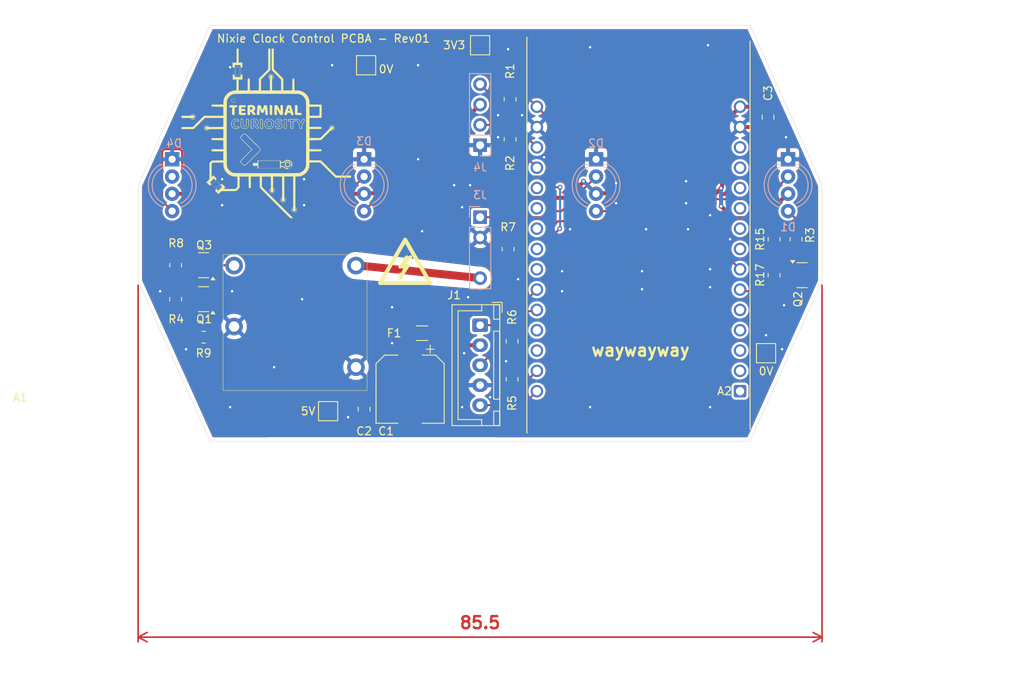
<source format=kicad_pcb>
(kicad_pcb (version 20241229) (generator "pcbnew") (generator_version "9.0")
  (layers (0 "F.Cu" signal) (2 "B.Cu" signal) (13 "F.Paste" user) (15 "B.Paste" user) (5 "F.SilkS" user "F.Silkscreen") (7 "B.SilkS" user "B.Silkscreen") (1 "F.Mask" user) (3 "B.Mask" user) (25 "Edge.Cuts" user))
  (net 0 "")
  (net 1 "GND")
  (net 2 "+5V")
  (net 3 "Net-(A1-VOUT)")
  (net 4 "Net-(Q1-D)")
  (net 7 "/I2C_SDA1")
  (net 9 "/I2C_SCL1")
  (net 10 "/LED-Data_3V3")
  (net 15 "+3.3V")
  (net 16 "/I2C_SDA2")
  (net 17 "/I2C_SCL2")
  (net 20 "/LDR_IN")
  (net 21 "/INT2")
  (net 24 "Net-(D1-DIN)")
  (net 25 "Net-(D1-DOUT)")
  (net 26 "Net-(D2-DOUT)")
  (net 27 "Net-(D3-DOUT)")
  (net 29 "/5V_IN")
  (net 30 "/LED-Data_5V")
  (net 32 "Net-(A2-GPIO23)")
  (net 34 "Net-(A1-VIN)")
  (net 35 "Net-(Q1-G)")
  (footprint "TestPoint:TestPoint_Pad_2.0x2.0mm" (layer "F.Cu") (at 129.5 128.25)
    (property "Reference" "TP1" (hide yes))
    (property "Value" "5V" (at -2.5 0 0) (layer "F.SilkS"))
    (pad "1" smd rect (at 0 0) (size 2 2) (layers "F.Cu" "F.Mask") (net 2 "+5V"))
  )
  (footprint "Capacitor_SMD:CP_Elec_8x10" (layer "F.Cu") (at 139.75 125.5 -90)
    (property "Reference" "C1" (at 5.25 3 0) (layer "F.SilkS"))
    (property "Value" "470uF")
    (pad "1" smd roundrect (at -3.25 0 270) (size 3.5 2.5) (layers "F.Cu" "F.Mask" "F.Paste") (roundrect_rratio 0.1) (net 2 "+5V"))
    (pad "2" smd roundrect (at 3.25 0 270) (size 3.5 2.5) (layers "F.Cu" "F.Mask" "F.Paste") (roundrect_rratio 0.1) (net 1 "GND"))
  )
  (footprint "TerminalCuriosityFootprints:LABEL_TerminalCuriosity_25.0x25.0mm" (layer "F.Cu") (at 121.75 93.5)
    (property "Reference" "G2" (hide yes))
    (property "Value" "LOGO" (hide yes))
  )
  (footprint "Resistor_SMD:R_0805_2012Metric_Pad1.20x1.40mm_HandSolder" (layer "F.Cu") (at 113.9375 119 180)
    (property "Reference" "R9" (at 0 -2 180) (layer "F.SilkS"))
    (property "Value" "470R")
    (pad "1" smd roundrect (at -1 0 180) (size 1.2 1.4) (layers "F.Cu" "F.Mask" "F.Paste") (roundrect_rratio 0.208333) (net 32 "Net-(A2-GPIO23)"))
    (pad "2" smd roundrect (at 1 0 180) (size 1.2 1.4) (layers "F.Cu" "F.Mask" "F.Paste") (roundrect_rratio 0.208333) (net 35 "Net-(Q1-G)"))
  )
  (footprint "Resistor_SMD:R_0805_2012Metric_Pad1.20x1.40mm_HandSolder" (layer "F.Cu") (at 152.25 89.25 -90)
    (property "Reference" "R1" (at -3.5 0 90) (layer "F.SilkS"))
    (property "Value" "4.7K")
    (pad "1" smd roundrect (at -1 0 270) (size 1.2 1.4) (layers "F.Cu" "F.Mask" "F.Paste") (roundrect_rratio 0.208333) (net 15 "+3.3V"))
    (pad "2" smd roundrect (at 1 0 270) (size 1.2 1.4) (layers "F.Cu" "F.Mask" "F.Paste") (roundrect_rratio 0.208333) (net 9 "/I2C_SCL1"))
  )
  (footprint "Capacitor_SMD:C_0805_2012Metric_Pad1.18x1.45mm_HandSolder" (layer "F.Cu") (at 134 128 -90)
    (property "Reference" "C2" (at 2.75 0 180) (layer "F.SilkS"))
    (property "Value" "100nF")
    (pad "1" smd roundrect (at -1.0375 0 270) (size 1.175 1.45) (layers "F.Cu" "F.Mask" "F.Paste") (roundrect_rratio 0.212766) (net 2 "+5V"))
    (pad "2" smd roundrect (at 1.0375 0 270) (size 1.175 1.45) (layers "F.Cu" "F.Mask" "F.Paste") (roundrect_rratio 0.212766) (net 1 "GND"))
  )
  (footprint "Package_TO_SOT_SMD:SOT-23" (layer "F.Cu") (at 113.9375 114.25 180)
    (property "Reference" "Q1" (at -0.0625 -2.5 180) (layer "F.SilkS"))
    (property "Value" "IRLML6244")
    (pad "1" smd roundrect (at -0.9375 -0.95 180) (size 1.475 0.6) (layers "F.Cu" "F.Mask" "F.Paste") (net 35 "Net-(Q1-G)"))
    (pad "2" smd roundrect (at -0.9375 0.95 180) (size 1.475 0.6) (layers "F.Cu" "F.Mask" "F.Paste") (net 1 "GND"))
    (pad "3" smd roundrect (at 0.9375 0 180) (size 1.475 0.6) (layers "F.Cu" "F.Mask" "F.Paste") (net 4 "Net-(Q1-D)"))
  )
  (footprint "TerminalCuriosityFootprints:NCH8200HV" (layer "F.Cu") (at 116.3625 108.67)
    (property "Reference" "A1" (at -25.3625 17.8875 0) (layer "F.SilkS"))
    (property "Value" "ASSY_NCH8200HV")
    (pad "1" thru_hole circle (at 1.38 1.38) (size 2.2 2.2) (drill 1.3) (layers "*.Cu" "*.Mask") (net 34 "Net-(A1-VIN)"))
    (pad "2" thru_hole circle (at 1.38 9) (size 2.2 2.2) (drill 1.3) (layers "*.Cu" "*.Mask") (net 1 "GND"))
    (pad "3" thru_hole circle (at 16.62 1.38) (size 2.2 2.2) (drill 1.3) (layers "*.Cu" "*.Mask") (net 3 "Net-(A1-VOUT)"))
    (pad "4" thru_hole circle (at 16.62 14.08) (size 2.2 2.2) (drill 1.3) (layers "*.Cu" "*.Mask") (net 1 "GND"))
  )
  (footprint "TerminalCuriosityFootprints:MODULE_ESP32-DEVKITC-32D" (layer "F.Cu") (at 168.3 105.99 180)
    (property "Reference" "A2" (at -10.75 -19.75 0) (layer "F.SilkS") (effects (font (size 1.000386 1.000386))))
    (property "Value" "IC_ESP32-WROOM-32_DEVKIT")
    (pad "1" thru_hole roundrect (at -12.7 -19.76 180) (size 1.56 1.56) (drill 1.04) (layers "*.Cu" "*.Mask") (roundrect_rratio 0.1602564103))
    (pad "2" thru_hole circle (at -12.7 -17.22 180) (size 1.56 1.56) (drill 1.04) (layers "*.Cu" "*.Mask"))
    (pad "3" thru_hole circle (at -12.7 -14.68 180) (size 1.56 1.56) (drill 1.04) (layers "*.Cu" "*.Mask"))
    (pad "4" thru_hole circle (at -12.7 -12.14 180) (size 1.56 1.56) (drill 1.04) (layers "*.Cu" "*.Mask"))
    (pad "5" thru_hole circle (at -12.7 -9.6 180) (size 1.56 1.56) (drill 1.04) (layers "*.Cu" "*.Mask"))
    (pad "6" thru_hole circle (at -12.7 -7.06 180) (size 1.56 1.56) (drill 1.04) (layers "*.Cu" "*.Mask") (net 10 "/LED-Data_3V3"))
    (pad "7" thru_hole circle (at -12.7 -4.52 180) (size 1.56 1.56) (drill 1.04) (layers "*.Cu" "*.Mask") (net 20 "/LDR_IN"))
    (pad "8" thru_hole circle (at -12.7 -1.98 180) (size 1.56 1.56) (drill 1.04) (layers "*.Cu" "*.Mask"))
    (pad "9" thru_hole circle (at -12.7 0.56 180) (size 1.56 1.56) (drill 1.04) (layers "*.Cu" "*.Mask"))
    (pad "10" thru_hole circle (at -12.7 3.1 180) (size 1.56 1.56) (drill 1.04) (layers "*.Cu" "*.Mask"))
    (pad "11" thru_hole circle (at -12.7 5.64 180) (size 1.56 1.56) (drill 1.04) (layers "*.Cu" "*.Mask"))
    (pad "12" thru_hole circle (at -12.7 8.18 180) (size 1.56 1.56) (drill 1.04) (layers "*.Cu" "*.Mask"))
    (pad "13" thru_hole circle (at -12.7 10.72 180) (size 1.56 1.56) (drill 1.04) (layers "*.Cu" "*.Mask"))
    (pad "14" thru_hole circle (at -12.7 13.26 180) (size 1.56 1.56) (drill 1.04) (layers "*.Cu" "*.Mask") (net 1 "GND"))
    (pad "15" thru_hole circle (at -12.7 15.8 180) (size 1.56 1.56) (drill 1.04) (layers "*.Cu" "*.Mask") (net 2 "+5V"))
    (pad "16" thru_hole circle (at 12.7 15.8 180) (size 1.56 1.56) (drill 1.04) (layers "*.Cu" "*.Mask") (net 15 "+3.3V"))
    (pad "17" thru_hole circle (at 12.7 13.26 180) (size 1.56 1.56) (drill 1.04) (layers "*.Cu" "*.Mask") (net 1 "GND"))
    (pad "18" thru_hole circle (at 12.7 10.72 180) (size 1.56 1.56) (drill 1.04) (layers "*.Cu" "*.Mask") (net 9 "/I2C_SCL1"))
    (pad "19" thru_hole circle (at 12.7 8.18 180) (size 1.56 1.56) (drill 1.04) (layers "*.Cu" "*.Mask") (net 7 "/I2C_SDA1"))
    (pad "20" thru_hole circle (at 12.7 5.64 180) (size 1.56 1.56) (drill 1.04) (layers "*.Cu" "*.Mask"))
    (pad "21" thru_hole circle (at 12.7 3.1 180) (size 1.56 1.56) (drill 1.04) (layers "*.Cu" "*.Mask"))
    (pad "22" thru_hole circle (at 12.7 0.56 180) (size 1.56 1.56) (drill 1.04) (layers "*.Cu" "*.Mask"))
    (pad "23" thru_hole circle (at 12.7 -1.98 180) (size 1.56 1.56) (drill 1.04) (layers "*.Cu" "*.Mask"))
    (pad "24" thru_hole circle (at 12.7 -4.52 180) (size 1.56 1.56) (drill 1.04) (layers "*.Cu" "*.Mask"))
    (pad "25" thru_hole circle (at 12.7 -7.06 180) (size 1.56 1.56) (drill 1.04) (layers "*.Cu" "*.Mask") (net 21 "/INT2"))
    (pad "26" thru_hole circle (at 12.7 -9.6 180) (size 1.56 1.56) (drill 1.04) (layers "*.Cu" "*.Mask") (net 16 "/I2C_SDA2"))
    (pad "27" thru_hole circle (at 12.7 -12.14 180) (size 1.56 1.56) (drill 1.04) (layers "*.Cu" "*.Mask"))
    (pad "28" thru_hole circle (at 12.7 -14.68 180) (size 1.56 1.56) (drill 1.04) (layers "*.Cu" "*.Mask"))
    (pad "29" thru_hole circle (at 12.7 -17.22 180) (size 1.56 1.56) (drill 1.04) (layers "*.Cu" "*.Mask") (net 17 "/I2C_SCL2"))
    (pad "30" thru_hole circle (at 12.7 -19.76 180) (size 1.56 1.56) (drill 1.04) (layers "*.Cu" "*.Mask") (net 32 "Net-(A2-GPIO23)"))
  )
  (footprint "Resistor_SMD:R_0805_2012Metric_Pad1.20x1.40mm_HandSolder" (layer "F.Cu") (at 185.25 106.75 -90)
    (property "Reference" "R15" (at 0 1.75 270) (layer "F.SilkS"))
    (property "Value" "10k")
    (pad "1" smd roundrect (at -1 0 270) (size 1.2 1.4) (layers "F.Cu" "F.Mask" "F.Paste") (roundrect_rratio 0.208333) (net 2 "+5V"))
    (pad "2" smd roundrect (at 1 0 270) (size 1.2 1.4) (layers "F.Cu" "F.Mask" "F.Paste") (roundrect_rratio 0.208333) (net 30 "/LED-Data_5V"))
  )
  (footprint "Resistor_SMD:R_0805_2012Metric_Pad1.20x1.40mm_HandSolder" (layer "F.Cu") (at 110.4375 114.25 90)
    (property "Reference" "R4" (at -2.5 0.0625 180) (layer "F.SilkS"))
    (property "Value" "10k")
    (pad "1" smd roundrect (at -1 0 90) (size 1.2 1.4) (layers "F.Cu" "F.Mask" "F.Paste") (roundrect_rratio 0.208333) (net 35 "Net-(Q1-G)"))
    (pad "2" smd roundrect (at 1 0 90) (size 1.2 1.4) (layers "F.Cu" "F.Mask" "F.Paste") (roundrect_rratio 0.208333) (net 1 "GND"))
  )
  (footprint "Package_TO_SOT_SMD:SOT-23" (layer "F.Cu") (at 188.75 111.25)
    (property "Reference" "Q2" (at -0.5 3 270) (layer "F.SilkS"))
    (property "Value" "IRLML6244")
    (pad "1" smd roundrect (at -0.9375 -0.95) (size 1.475 0.6) (layers "F.Cu" "F.Mask" "F.Paste") (net 15 "+3.3V"))
    (pad "2" smd roundrect (at -0.9375 0.95) (size 1.475 0.6) (layers "F.Cu" "F.Mask" "F.Paste") (net 10 "/LED-Data_3V3"))
    (pad "3" smd roundrect (at 0.9375 0) (size 1.475 0.6) (layers "F.Cu" "F.Mask" "F.Paste") (net 30 "/LED-Data_5V"))
  )
  (footprint "Connector_JST:JST_XH_B5B-XH-A_1x05_P2.50mm_Vertical" (layer "F.Cu") (at 148.5 117.5 -90)
    (property "Reference" "J1" (at -3.75 3.25 180) (layer "F.SilkS"))
    (property "Value" "Conn_01x05")
    (pad "1" thru_hole roundrect (at 0 0 270) (size 1.7 1.95) (drill 0.95) (layers "*.Cu" "*.Mask") (roundrect_rratio 0.147059) (net 21 "/INT2"))
    (pad "2" thru_hole oval (at 2.5 0 270) (size 1.7 1.95) (drill 0.95) (layers "*.Cu" "*.Mask") (net 29 "/5V_IN"))
    (pad "3" thru_hole oval (at 5 0 270) (size 1.7 1.95) (drill 0.95) (layers "*.Cu" "*.Mask") (net 16 "/I2C_SDA2"))
    (pad "4" thru_hole oval (at 7.5 0 270) (size 1.7 1.95) (drill 0.95) (layers "*.Cu" "*.Mask") (net 1 "GND"))
    (pad "5" thru_hole oval (at 10 0 270) (size 1.7 1.95) (drill 0.95) (layers "*.Cu" "*.Mask") (net 17 "/I2C_SCL2"))
  )
  (footprint "TestPoint:TestPoint_Pad_2.0x2.0mm" (layer "F.Cu") (at 148.5 82.5)
    (property "Reference" "TP2" (hide yes))
    (property "Value" "3V3" (at -3.25 0 0) (layer "F.SilkS"))
    (pad "1" smd rect (at 0 0) (size 2 2) (layers "F.Cu" "F.Mask") (net 15 "+3.3V"))
  )
  (footprint "Resistor_SMD:R_0805_2012Metric_Pad1.20x1.40mm_HandSolder" (layer "F.Cu") (at 185.25 111.25 -90)
    (property "Reference" "R17" (at 0 1.75 90) (layer "F.SilkS"))
    (property "Value" "10k")
    (pad "1" smd roundrect (at -1 0 270) (size 1.2 1.4) (layers "F.Cu" "F.Mask" "F.Paste") (roundrect_rratio 0.208333) (net 15 "+3.3V"))
    (pad "2" smd roundrect (at 1 0 270) (size 1.2 1.4) (layers "F.Cu" "F.Mask" "F.Paste") (roundrect_rratio 0.208333) (net 10 "/LED-Data_3V3"))
  )
  (footprint "Package_TO_SOT_SMD:SOT-23" (layer "F.Cu") (at 113.9375 110 180)
    (property "Reference" "Q3" (at -0.0625 2.5 0) (layer "F.SilkS"))
    (property "Value" "IRLML6402")
    (pad "1" smd roundrect (at -0.9375 -0.95 180) (size 1.475 0.6) (layers "F.Cu" "F.Mask" "F.Paste") (net 4 "Net-(Q1-D)"))
    (pad "2" smd roundrect (at -0.9375 0.95 180) (size 1.475 0.6) (layers "F.Cu" "F.Mask" "F.Paste") (net 2 "+5V"))
    (pad "3" smd roundrect (at 0.9375 0 180) (size 1.475 0.6) (layers "F.Cu" "F.Mask" "F.Paste") (net 34 "Net-(A1-VIN)"))
  )
  (footprint "Resistor_SMD:R_0805_2012Metric_Pad1.20x1.40mm_HandSolder" (layer "F.Cu") (at 152.25 94.25 90)
    (property "Reference" "R2" (at -3 0 90) (layer "F.SilkS"))
    (property "Value" "4.7K")
    (pad "1" smd roundrect (at -1 0 90) (size 1.2 1.4) (layers "F.Cu" "F.Mask" "F.Paste") (roundrect_rratio 0.208333) (net 15 "+3.3V"))
    (pad "2" smd roundrect (at 1 0 90) (size 1.2 1.4) (layers "F.Cu" "F.Mask" "F.Paste") (roundrect_rratio 0.208333) (net 7 "/I2C_SDA1"))
  )
  (footprint "Resistor_SMD:R_0805_2012Metric_Pad1.20x1.40mm_HandSolder" (layer "F.Cu") (at 152 108 90)
    (property "Reference" "R7" (at 2.75 0 0) (layer "F.SilkS"))
    (property "Value" "10k")
    (pad "1" smd roundrect (at -1 0 90) (size 1.2 1.4) (layers "F.Cu" "F.Mask" "F.Paste") (roundrect_rratio 0.208333) (net 15 "+3.3V"))
    (pad "2" smd roundrect (at 1 0 90) (size 1.2 1.4) (layers "F.Cu" "F.Mask" "F.Paste") (roundrect_rratio 0.208333) (net 20 "/LDR_IN"))
  )
  (footprint "TerminalCuriosityFootprints:LABEL_HVWarning" (layer "F.Cu") (at 133.246079 116.179779)
    (property "Reference" "G1" (hide yes))
    (property "Value" "LABEL_HVWarning" (hide yes))
  )
  (footprint "Resistor_SMD:R_0805_2012Metric_Pad1.20x1.40mm_HandSolder" (layer "F.Cu") (at 188 106.75 90)
    (property "Reference" "R3" (at 0.5 1.75 90) (layer "F.SilkS"))
    (property "Value" "470R")
    (pad "1" smd roundrect (at -1 0 90) (size 1.2 1.4) (layers "F.Cu" "F.Mask" "F.Paste") (roundrect_rratio 0.208333) (net 30 "/LED-Data_5V"))
    (pad "2" smd roundrect (at 1 0 90) (size 1.2 1.4) (layers "F.Cu" "F.Mask" "F.Paste") (roundrect_rratio 0.208333) (net 24 "Net-(D1-DIN)"))
  )
  (footprint "Resistor_SMD:R_0805_2012Metric_Pad1.20x1.40mm_HandSolder" (layer "F.Cu") (at 152.5 119.5 90)
    (property "Reference" "R6" (at 3 0 90) (layer "F.SilkS"))
    (property "Value" "4.7K")
    (pad "1" smd roundrect (at -1 0 90) (size 1.2 1.4) (layers "F.Cu" "F.Mask" "F.Paste") (roundrect_rratio 0.208333) (net 15 "+3.3V"))
    (pad "2" smd roundrect (at 1 0 90) (size 1.2 1.4) (layers "F.Cu" "F.Mask" "F.Paste") (roundrect_rratio 0.208333) (net 16 "/I2C_SDA2"))
  )
  (footprint "TestPoint:TestPoint_Pad_2.0x2.0mm" (layer "F.Cu") (at 134.25 85)
    (property "Reference" "TP5" (hide yes))
    (property "Value" "0V" (at 2.5 0.5 0) (layer "F.SilkS"))
    (pad "1" smd rect (at 0 0) (size 2 2) (layers "F.Cu" "F.Mask") (net 1 "GND"))
  )
  (footprint "Capacitor_SMD:C_0805_2012Metric_Pad1.18x1.45mm_HandSolder" (layer "F.Cu") (at 184.5 91.5 -90)
    (property "Reference" "C3" (at -3 0 270) (layer "F.SilkS"))
    (property "Value" "100nF")
    (pad "1" smd roundrect (at -1.0375 0 270) (size 1.175 1.45) (layers "F.Cu" "F.Mask" "F.Paste") (roundrect_rratio 0.212766) (net 2 "+5V"))
    (pad "2" smd roundrect (at 1.0375 0 270) (size 1.175 1.45) (layers "F.Cu" "F.Mask" "F.Paste") (roundrect_rratio 0.212766) (net 1 "GND"))
  )
  (footprint "Resistor_SMD:R_0805_2012Metric_Pad1.20x1.40mm_HandSolder" (layer "F.Cu") (at 110.4375 110 90)
    (property "Reference" "R8" (at 2.75 0.0625 180) (layer "F.SilkS"))
    (property "Value" "10k")
    (pad "1" smd roundrect (at -1 0 90) (size 1.2 1.4) (layers "F.Cu" "F.Mask" "F.Paste") (roundrect_rratio 0.208333) (net 4 "Net-(Q1-D)"))
    (pad "2" smd roundrect (at 1 0 90) (size 1.2 1.4) (layers "F.Cu" "F.Mask" "F.Paste") (roundrect_rratio 0.208333) (net 2 "+5V"))
  )
  (footprint "Resistor_SMD:R_1206_3216Metric_Pad1.30x1.75mm_HandSolder" (layer "F.Cu") (at 141.25 118.5 180)
    (property "Reference" "F1" (at 3.5 0 180) (layer "F.SilkS"))
    (property "Value" "1.5A PTC")
    (pad "1" smd roundrect (at -1.55 0 180) (size 1.3 1.75) (layers "F.Cu" "F.Mask" "F.Paste") (roundrect_rratio 0.192308) (net 29 "/5V_IN"))
    (pad "2" smd roundrect (at 1.55 0 180) (size 1.3 1.75) (layers "F.Cu" "F.Mask" "F.Paste") (roundrect_rratio 0.192308) (net 2 "+5V"))
  )
  (footprint "Resistor_SMD:R_0805_2012Metric_Pad1.20x1.40mm_HandSolder" (layer "F.Cu") (at 152.5 124.25 -90)
    (property "Reference" "R5" (at 3 0 90) (layer "F.SilkS"))
    (property "Value" "4.7K")
    (pad "1" smd roundrect (at -1 0 270) (size 1.2 1.4) (layers "F.Cu" "F.Mask" "F.Paste") (roundrect_rratio 0.208333) (net 15 "+3.3V"))
    (pad "2" smd roundrect (at 1 0 270) (size 1.2 1.4) (layers "F.Cu" "F.Mask" "F.Paste") (roundrect_rratio 0.208333) (net 17 "/I2C_SCL2"))
  )
  (footprint "TestPoint:TestPoint_Pad_2.0x2.0mm" (layer "F.Cu") (at 184.25 121)
    (property "Reference" "TP6" (hide yes))
    (property "Value" "0V" (at 0 2.25 0) (layer "F.SilkS"))
    (pad "1" smd rect (at 0 0) (size 2 2) (layers "F.Cu" "F.Mask") (net 1 "GND"))
  )
  (footprint "LED_THT:LED_D5.0mm-4_RGB_Wide_Pins" (layer "B.Cu") (at 163 96.76 -90)
    (property "Reference" "D2" (at -2 0 0) (layer "B.SilkS") (effects (justify mirror)))
    (property "Value" "LED_IN-RGB-PL9823")
    (pad "1" thru_hole rect (at 0 0 270) (size 1.8 1.8) (drill 0.9) (layers "*.Cu" "*.Mask") (net 1 "GND"))
    (pad "2" thru_hole circle (at 2.159 0 270) (size 1.8 1.8) (drill 0.9) (layers "*.Cu" "*.Mask") (net 26 "Net-(D2-DOUT)"))
    (pad "3" thru_hole circle (at 4.318 0 270) (size 1.8 1.8) (drill 0.9) (layers "*.Cu" "*.Mask") (net 2 "+5V"))
    (pad "4" thru_hole circle (at 6.477 0 270) (size 1.8 1.8) (drill 0.9) (layers "*.Cu" "*.Mask") (net 25 "Net-(D1-DOUT)"))
  )
  (footprint "LED_THT:LED_D5.0mm-4_RGB_Wide_Pins" (layer "B.Cu") (at 134 96.76 -90)
    (property "Reference" "D3" (at -2.25 0 0) (layer "B.SilkS") (effects (justify mirror)))
    (property "Value" "LED_IN-RGB-PL9823")
    (pad "1" thru_hole rect (at 0 0 270) (size 1.8 1.8) (drill 0.9) (layers "*.Cu" "*.Mask") (net 1 "GND"))
    (pad "2" thru_hole circle (at 2.159 0 270) (size 1.8 1.8) (drill 0.9) (layers "*.Cu" "*.Mask") (net 27 "Net-(D3-DOUT)"))
    (pad "3" thru_hole circle (at 4.318 0 270) (size 1.8 1.8) (drill 0.9) (layers "*.Cu" "*.Mask") (net 2 "+5V"))
    (pad "4" thru_hole circle (at 6.477 0 270) (size 1.8 1.8) (drill 0.9) (layers "*.Cu" "*.Mask") (net 26 "Net-(D2-DOUT)"))
  )
  (footprint "LED_THT:LED_D5.0mm-4_RGB_Wide_Pins" (layer "B.Cu") (at 187 96.76 -90)
    (property "Reference" "D1" (at 8.49 0 180) (layer "B.SilkS") (effects (justify mirror)))
    (property "Value" "LED_IN-RGB-PL9823")
    (pad "1" thru_hole rect (at 0 0 270) (size 1.8 1.8) (drill 0.9) (layers "*.Cu" "*.Mask") (net 1 "GND"))
    (pad "2" thru_hole circle (at 2.159 0 270) (size 1.8 1.8) (drill 0.9) (layers "*.Cu" "*.Mask") (net 25 "Net-(D1-DOUT)"))
    (pad "3" thru_hole circle (at 4.318 0 270) (size 1.8 1.8) (drill 0.9) (layers "*.Cu" "*.Mask") (net 2 "+5V"))
    (pad "4" thru_hole circle (at 6.477 0 270) (size 1.8 1.8) (drill 0.9) (layers "*.Cu" "*.Mask") (net 24 "Net-(D1-DIN)"))
  )
  (footprint "Connector_PinSocket_2.54mm:PinSocket_1x04_P2.54mm_Vertical" (layer "B.Cu") (at 148.5 95)
    (property "Reference" "J4" (at 0 2.77 0) (layer "B.SilkS") (effects (justify mirror)))
    (property "Value" "Conn_01x04_Pin")
    (pad "1" thru_hole rect (at 0 0) (size 1.7 1.7) (drill 1) (layers "*.Cu" "*.Mask") (net 1 "GND"))
    (pad "2" thru_hole circle (at 0 -2.54) (size 1.7 1.7) (drill 1) (layers "*.Cu" "*.Mask") (net 7 "/I2C_SDA1"))
    (pad "3" thru_hole circle (at 0 -5.08) (size 1.7 1.7) (drill 1) (layers "*.Cu" "*.Mask") (net 2 "+5V"))
    (pad "4" thru_hole circle (at 0 -7.62) (size 1.7 1.7) (drill 1) (layers "*.Cu" "*.Mask") (net 9 "/I2C_SCL1"))
  )
  (footprint "Connector_PinSocket_2.54mm:PinSocket_1x04_P2.54mm_Vertical" (layer "B.Cu") (at 148.5 104 180)
    (property "Reference" "J3" (at 0 2.77 0) (layer "B.SilkS") (effects (justify mirror)))
    (property "Value" "Conn_01x04_Pin")
    (pad "1" thru_hole rect (at 0 0 180) (size 1.7 1.7) (drill 1) (layers "*.Cu" "*.Mask") (net 20 "/LDR_IN"))
    (pad "2" thru_hole circle (at 0 -2.54 180) (size 1.7 1.7) (drill 1) (layers "*.Cu" "*.Mask") (net 1 "GND"))
    (pad "4" thru_hole circle (at 0 -7.62 180) (size 1.7 1.7) (drill 1) (layers "*.Cu" "*.Mask") (net 3 "Net-(A1-VOUT)"))
  )
  (footprint "LED_THT:LED_D5.0mm-4_RGB_Wide_Pins" (layer "B.Cu") (at 110 96.76 -90)
    (property "Reference" "D4" (at -2 -0.25 0) (layer "B.SilkS") (effects (justify mirror)))
    (property "Value" "LED_IN-RGB-PL9823")
    (pad "1" thru_hole rect (at 0 0 270) (size 1.8 1.8) (drill 0.9) (layers "*.Cu" "*.Mask") (net 1 "GND"))
    (pad "2" thru_hole circle (at 2.159 0 270) (size 1.8 1.8) (drill 0.9) (layers "*.Cu" "*.Mask"))
    (pad "3" thru_hole circle (at 4.318 0 270) (size 1.8 1.8) (drill 0.9) (layers "*.Cu" "*.Mask") (net 2 "+5V"))
    (pad "4" thru_hole circle (at 6.477 0 270) (size 1.8 1.8) (drill 0.9) (layers "*.Cu" "*.Mask") (net 27 "Net-(D3-DOUT)"))
  )
  (gr_line (start 191.25 112) (end 182.25 132) (stroke (width 0.05)) (layer "Edge.Cuts"))
  (gr_line (start 114.75 80) (end 182.25 80) (stroke (width 0.05)) (layer "Edge.Cuts"))
  (gr_line (start 105.75 100) (end 114.75 80) (stroke (width 0.05)) (layer "Edge.Cuts"))
  (gr_line (start 105.75 112) (end 105.75 100) (stroke (width 0.05)) (layer "Edge.Cuts"))
  (gr_line (start 191.25 100) (end 191.25 112) (stroke (width 0.05)) (layer "Edge.Cuts"))
  (gr_line (start 182.25 132) (end 114.75 132) (stroke (width 0.05)) (layer "Edge.Cuts"))
  (gr_line (start 114.75 132) (end 105.75 112) (stroke (width 0.05)) (layer "Edge.Cuts"))
  (gr_line (start 182.25 80) (end 191.25 100) (stroke (width 0.05)) (layer "Edge.Cuts"))
  (gr_text "waywayway" (at 162.25 121.5 0) (layer "F.SilkS") (effects (font (size 1.5 1.5) (thickness 0.3) (bold yes)) (justify left bottom)))
  (gr_text "Nixie Clock Control PCBA - Rev01" (at 115.5 82.25 0) (layer "F.SilkS") (effects (font (size 1 1)) (justify left bottom)))
  (dimension (type orthogonal) (layer "F.Cu") (pts (xy 191.25 112) (xy 105.75 112)) (height 44.5) (orientation 0) (format (prefix "") (suffix "") (units 3) (units_format 0) (precision 4) (suppress_zeroes yes)) (style (thickness 0.2) (arrow_length 1.27) (text_position_mode 0) (arrow_direction outward) (extension_height 0.58642) (extension_offset 0.5) (keep_text_aligned yes)) (gr_text "85.5" (at 148.5 154.7 0) (layer "F.Cu") (effects (font (size 1.5 1.5) (thickness 0.3)))))
  (segment (start 184.3075 92.73) (end 184.5 92.5375) (width 0.25) (layer "F.Cu") (net 1))
  (segment (start 181 92.73) (end 184.3075 92.73) (width 0.5) (layer "F.Cu") (net 1))
  (segment (start 139.4625 129.0375) (end 139.75 128.75) (width 0.25) (layer "F.Cu") (net 1))
  (segment (start 134 129.0375) (end 139.4625 129.0375) (width 0.5) (layer "F.Cu") (net 1))
  (via (at 117.25 85.25) (size 0.6) (drill 0.3) (layers "F.Cu" "B.Cu") (net 1))
  (via (at 146.25 102.75) (size 0.6) (drill 0.3) (layers "F.Cu" "B.Cu") (net 1))
  (via (at 126.5 102.5) (size 0.6) (drill 0.3) (layers "F.Cu" "B.Cu") (net 1))
  (via (at 149.75 126.5) (size 0.6) (drill 0.3) (layers "F.Cu" "B.Cu") (net 1))
  (via (at 152 83) (size 0.6) (drill 0.3) (layers "F.Cu" "B.Cu") (net 1))
  (via (at 179.75 106.75) (size 0.6) (drill 0.3) (layers "F.Cu" "B.Cu") (net 1))
  (via (at 140.75 96.75) (size 0.6) (drill 0.3) (layers "F.Cu" "B.Cu") (net 1))
  (via (at 117.5 113.25) (size 0.6) (drill 0.3) (layers "F.Cu" "B.Cu") (net 1))
  (via (at 158.75 110.75) (size 0.6) (drill 0.3) (layers "F.Cu" "B.Cu") (net 1))
  (via (at 137.5 119.75) (size 0.6) (drill 0.3) (layers "F.Cu" "B.Cu") (net 1))
  (via (at 158.75 113.25) (size 0.6) (drill 0.3) (layers "F.Cu" "B.Cu") (net 1))
  (via (at 168.75 113) (size 0.6) (drill 0.3) (layers "F.Cu" "B.Cu") (net 1))
  (via (at 186.75 94) (size 0.6) (drill 0.3) (layers "F.Cu" "B.Cu") (net 1))
  (via (at 151.75 122) (size 0.6) (drill 0.3) (layers "F.Cu" "B.Cu") (net 1))
  (via (at 141.25 105.75) (size 0.6) (drill 0.3) (layers "F.Cu" "B.Cu") (net 1))
  (via (at 169.25 105.5) (size 0.6) (drill 0.3) (layers "F.Cu" "B.Cu") (net 1))
  (via (at 177.25 110.5) (size 0.6) (drill 0.3) (layers "F.Cu" "B.Cu") (net 1))
  (via (at 150.75 94) (size 0.6) (drill 0.3) (layers "F.Cu" "B.Cu") (net 1))
  (via (at 153.75 91.25) (size 0.6) (drill 0.3) (layers "F.Cu" "B.Cu") (net 1))
  (via (at 174.25 102.25) (size 0.6) (drill 0.3) (layers "F.Cu" "B.Cu") (net 1))
  (via (at 132 129) (size 0.6) (drill 0.3) (layers "F.Cu" "B.Cu") (net 1))
  (via (at 147.25 100) (size 0.6) (drill 0.3) (layers "F.Cu" "B.Cu") (net 1))
  (via (at 162.25 127.75) (size 0.6) (drill 0.3) (layers "F.Cu" "B.Cu") (net 1))
  (via (at 174.5 105.5) (size 0.6) (drill 0.3) (layers "F.Cu" "B.Cu") (net 1))
  (via (at 177.25 127.75) (size 0.6) (drill 0.3) (layers "F.Cu" "B.Cu") (net 1))
  (via (at 116.25 102.5) (size 0.6) (drill 0.3) (layers "F.Cu" "B.Cu") (net 1))
  (via (at 147 114) (size 0.6) (drill 0.3) (layers "F.Cu" "B.Cu") (net 1))
  (via (at 165.5 102.25) (size 0.6) (drill 0.3) (layers "F.Cu" "B.Cu") (net 1))
  (via (at 145.25 100) (size 0.6) (drill 0.3) (layers "F.Cu" "B.Cu") (net 1))
  (via (at 184.25 118.75) (size 0.6) (drill 0.3) (layers "F.Cu" "B.Cu") (net 1))
  (via (at 146.25 127.75) (size 0.6) (drill 0.3) (layers "F.Cu" "B.Cu") (net 1))
  (via (at 137.5 115.25) (size 0.6) (drill 0.3) (layers "F.Cu" "B.Cu") (net 1))
  (via (at 111.75 120.5) (size 0.6) (drill 0.3) (layers "F.Cu" "B.Cu") (net 1))
  (via (at 108.5 113.25) (size 0.6) (drill 0.3) (layers "F.Cu" "B.Cu") (net 1))
  (via (at 150.75 91.25) (size 0.6) (drill 0.3) (layers "F.Cu" "B.Cu") (net 1))
  (via (at 122.75 122.75) (size 0.6) (drill 0.3) (layers "F.Cu" "B.Cu") (net 1))
  (via (at 156.5 96.5) (size 0.6) (drill 0.3) (layers "F.Cu" "B.Cu") (net 1))
  (via (at 146.5 121) (size 0.6) (drill 0.3) (layers "F.Cu" "B.Cu") (net 1))
  (via (at 153.25 111.75) (size 0.6) (drill 0.3) (layers "F.Cu" "B.Cu") (net 1))
  (via (at 116.25 99.25) (size 0.6) (drill 0.3) (layers "F.Cu" "B.Cu") (net 1))
  (via (at 186.5 115) (size 0.6) (drill 0.3) (layers "F.Cu" "B.Cu") (net 1))
  (via (at 165.5 99.75) (size 0.6) (drill 0.3) (layers "F.Cu" "B.Cu") (net 1))
  (via (at 117.25 127.75) (size 0.6) (drill 0.3) (layers "F.Cu" "B.Cu") (net 1))
  (via (at 177 82.5) (size 0.6) (drill 0.3) (layers "F.Cu" "B.Cu") (net 1))
  (via (at 130 85) (size 0.6) (drill 0.3) (layers "F.Cu" "B.Cu") (net 1))
  (via (at 174.25 99.5) (size 0.6) (drill 0.3) (layers "F.Cu" "B.Cu") (net 1))
  (via (at 177.25 103.75) (size 0.6) (drill 0.3) (layers "F.Cu" "B.Cu") (net 1))
  (via (at 177.25 112.75) (size 0.6) (drill 0.3) (layers "F.Cu" "B.Cu") (net 1))
  (via (at 186.25 120.5) (size 0.6) (drill 0.3) (layers "F.Cu" "B.Cu") (net 1))
  (via (at 159.75 105.5) (size 0.6) (drill 0.3) (layers "F.Cu" "B.Cu") (net 1))
  (via (at 140.75 85) (size 0.6) (drill 0.3) (layers "F.Cu" "B.Cu") (net 1))
  (via (at 126.25 114.25) (size 0.6) (drill 0.3) (layers "F.Cu" "B.Cu") (net 1))
  (via (at 168.75 110.75) (size 0.6) (drill 0.3) (layers "F.Cu" "B.Cu") (net 1))
  (via (at 126.5 99.25) (size 0.6) (drill 0.3) (layers "F.Cu" "B.Cu") (net 1))
  (via (at 162.25 82.75) (size 0.6) (drill 0.3) (layers "F.Cu" "B.Cu") (net 1))
  (segment (start 114.875 109.05) (end 116.2 109.05) (width 0.5) (layer "F.Cu") (net 2))
  (segment (start 146.25 92.17) (end 148.5 89.92) (width 0.5) (layer "F.Cu") (net 2))
  (segment (start 114.825 109) (end 114.875 109.05) (width 0.5) (layer "F.Cu") (net 2))
  (segment (start 154.419 101) (end 146.25 101) (width 0.5) (layer "F.Cu") (net 2))
  (segment (start 159.419 101.581) (end 155 101.581) (width 0.5) (layer "F.Cu") (net 2))
  (segment (start 181 90.19) (end 178.75 92.44) (width 0.5) (layer "F.Cu") (net 2))
  (segment (start 117.25 108) (end 120.75 108) (width 0.5) (layer "F.Cu") (net 2))
  (segment (start 134.078 101) (end 134.078 101.078) (width 0.5) (layer "F.Cu") (net 2))
  (segment (start 134 125.75) (end 137.5 122.25) (width 0.5) (layer "F.Cu") (net 2))
  (segment (start 139.7 122.2) (end 139.75 122.25) (width 0.5) (layer "F.Cu") (net 2))
  (segment (start 184.5 103.5) (end 183.879 104.121) (width 0.5) (layer "F.Cu") (net 2))
  (segment (start 120.75 108.5) (end 120.75 106) (width 0.5) (layer "F.Cu") (net 2))
  (segment (start 183.879 104.121) (end 180.121 104.121) (width 0.5) (layer "F.Cu") (net 2))
  (segment (start 134 126.9625) (end 134 125.75) (width 0.5) (layer "F.Cu") (net 2))
  (segment (start 178 101) (end 163.078 101) (width 0.5) (layer "F.Cu") (net 2))
  (segment (start 161.422 99.5) (end 161.422 99.578) (width 0.5) (layer "F.Cu") (net 2))
  (segment (start 110.4375 109) (end 114.825 109) (width 0.5) (layer "F.Cu") (net 2))
  (segment (start 184.5 103.5) (end 185.25 104.25) (width 0.5) (layer "F.Cu") (net 2))
  (segment (start 146.25 101) (end 146.25 92.17) (width 0.5) (layer "F.Cu") (net 2))
  (segment (start 125.5 118.5) (end 120.75 113.75) (width 0.5) (layer "F.Cu") (net 2))
  (segment (start 183.9775 90.19) (end 184.25 90.4625) (width 0.5) (layer "F.Cu") (net 2))
  (segment (start 178.625 100.375) (end 178 101) (width 0.5) (layer "F.Cu") (net 2))
  (segment (start 134 101.078) (end 134.078 101) (width 0.5) (layer "F.Cu") (net 2))
  (segment (start 116.2 109.05) (end 117.25 108) (width 0.5) (layer "F.Cu") (net 2))
  (segment (start 110 101.078) (end 120.75 101.078) (width 0.5) (layer "F.Cu") (net 2))
  (segment (start 187 101.078) (end 186.922 101.078) (width 0.5) (layer "F.Cu") (net 2))
  (segment (start 129.5 128.25) (end 130.7875 126.9625) (width 0.5) (layer "F.Cu") (net 2))
  (segment (start 161.422 99.578) (end 159.419 101.581) (width 0.5) (layer "F.Cu") (net 2))
  (segment (start 180.121 104.121) (end 178.625 102.625) (width 0.5) (layer "F.Cu") (net 2))
  (segment (start 139.7 118.5) (end 125.5 118.5) (width 0.5) (layer "F.Cu") (net 2))
  (segment (start 155 101.581) (end 154.419 101) (width 0.5) (layer "F.Cu") (net 2))
  (segment (start 120.75 106) (end 120.75 101.078) (width 0.5) (layer "F.Cu") (net 2))
  (segment (start 120.75 113.75) (end 120.75 108.5) (width 0.5) (layer "F.Cu") (net 2))
  (segment (start 139.7 118.5) (end 139.7 122.2) (width 0.5) (layer "F.Cu") (net 2))
  (segment (start 185.25 104.25) (end 185.25 105.75) (width 0.5) (layer "F.Cu") (net 2))
  (segment (start 137.5 122.25) (end 139.75 122.25) (width 0.5) (layer "F.Cu") (net 2))
  (segment (start 178.75 92.44) (end 178.75 100.25) (width 0.5) (layer "F.Cu") (net 2))
  (segment (start 130.7875 126.9625) (end 134 126.9625) (width 0.5) (layer "F.Cu") (net 2))
  (segment (start 186.922 101.078) (end 184.5 103.5) (width 0.5) (layer "F.Cu") (net 2))
  (segment (start 134.078 101) (end 146.25 101) (width 0.5) (layer "F.Cu") (net 2))
  (segment (start 181 90.19) (end 183.9775 90.19) (width 0.5) (layer "F.Cu") (net 2))
  (segment (start 163.078 101) (end 163 101.078) (width 0.5) (layer "F.Cu") (net 2))
  (segment (start 120.75 101.078) (end 134 101.078) (width 0.5) (layer "F.Cu") (net 2))
  (segment (start 178.75 100.25) (end 178.625 100.375) (width 0.5) (layer "F.Cu") (net 2))
  (segment (start 162.828 101.25) (end 163 101.078) (width 0.5) (layer "F.Cu") (net 2))
  (via (at 178.625 100.375) (size 0.6) (drill 0.3) (layers "F.Cu" "B.Cu") (net 2))
  (via (at 178.625 102.625) (size 0.6) (drill 0.3) (layers "F.Cu" "B.Cu") (net 2))
  (via (at 161.422 99.5) (size 0.6) (drill 0.3) (layers "F.Cu" "B.Cu") (net 2))
  (segment (start 161.422 99.5) (end 163 101.078) (width 0.5) (layer "B.Cu") (net 2))
  (segment (start 178.625 100.375) (end 178.625 102.625) (width 0.5) (layer "B.Cu") (net 2))
  (segment (start 148.5 111.62) (end 133 110) (width 1) (layer "F.Cu") (net 3))
  (segment (start 133.088034 110.155534) (end 132.9825 110.05) (width 0.5) (layer "F.Cu") (net 3))
  (segment (start 110.4375 111) (end 113 111) (width 0.25) (layer "F.Cu") (net 4))
  (segment (start 113 114) (end 113 111) (width 0.25) (layer "F.Cu") (net 4))
  (segment (start 114.825 111) (end 114.875 110.95) (width 0.25) (layer "F.Cu") (net 4))
  (segment (start 113 111) (end 114.825 111) (width 0.25) (layer "F.Cu") (net 4))
  (segment (start 153.75 95.96) (end 155.6 97.81) (width 0.25) (layer "F.Cu") (net 7))
  (segment (start 148.5 92.46) (end 151.46 92.46) (width 0.25) (layer "F.Cu") (net 7))
  (segment (start 151.46 92.46) (end 152.25 93.25) (width 0.25) (layer "F.Cu") (net 7))
  (segment (start 153.75 94.75) (end 153.75 95.96) (width 0.25) (layer "F.Cu") (net 7))
  (segment (start 152.25 93.25) (end 153.75 94.75) (width 0.25) (layer "F.Cu") (net 7))
  (segment (start 154.25 93.92) (end 154.25 93) (width 0.25) (layer "F.Cu") (net 9))
  (segment (start 152.25 91) (end 152.25 90.25) (width 0.25) (layer "F.Cu") (net 9))
  (segment (start 154.25 93) (end 152.25 91) (width 0.25) (layer "F.Cu") (net 9))
  (segment (start 152.25 90.25) (end 151.37 90.25) (width 0.25) (layer "F.Cu") (net 9))
  (segment (start 155.6 95.27) (end 154.25 93.92) (width 0.25) (layer "F.Cu") (net 9))
  (segment (start 151.37 90.25) (end 148.5 87.38) (width 0.25) (layer "F.Cu") (net 9))
  (segment (start 181 113.05) (end 181.2 113.25) (width 0.25) (layer "F.Cu") (net 10))
  (segment (start 187.7625 112.25) (end 187.8125 112.2) (width 0.25) (layer "F.Cu") (net 10))
  (segment (start 184.25 113.25) (end 185.25 112.25) (width 0.25) (layer "F.Cu") (net 10))
  (segment (start 185.25 112.25) (end 187.7625 112.25) (width 0.25) (layer "F.Cu") (net 10))
  (segment (start 181.2 113.25) (end 184.25 113.25) (width 0.25) (layer "F.Cu") (net 10))
  (segment (start 157.5 98.916) (end 157.5 98.25) (width 0.25) (layer "F.Cu") (net 15))
  (segment (start 157 111.75) (end 157 110) (width 0.25) (layer "F.Cu") (net 15))
  (segment (start 152.25 97) (end 154.166 98.916) (width 0.25) (layer "F.Cu") (net 15))
  (segment (start 157.5 98.25) (end 157.5 92.09) (width 0.25) (layer "F.Cu") (net 15))
  (segment (start 185.25 110.25) (end 183.75 111.75) (width 0.25) (layer "F.Cu") (net 15))
  (segment (start 152.25 88.25) (end 152.25 86.25) (width 0.25) (layer "F.Cu") (net 15))
  (segment (start 158.5 100.25) (end 157.75 100.25) (width 0.25) (layer "F.Cu") (net 15))
  (segment (start 157.5 111.75) (end 157 111.75) (width 0.25) (layer "F.Cu") (net 15))
  (segment (start 185.5 110.25) (end 185.55 110.3) (width 0.25) (layer "F.Cu") (net 15))
  (segment (start 185.55 110.3) (end 187.8125 110.3) (width 0.25) (layer "F.Cu") (net 15))
  (segment (start 152.25 95.25) (end 152.25 97) (width 0.25) (layer "F.Cu") (net 15))
  (segment (start 157 111.75) (end 157 121) (width 0.25) (layer "F.Cu") (net 15))
  (segment (start 152.5 122) (end 152.5 123) (width 0.25) (layer "F.Cu") (net 15))
  (segment (start 185.25 110.25) (end 185.5 110.25) (width 0.25) (layer "F.Cu") (net 15))
  (segment (start 157.75 100.25) (end 157.5 100) (width 0.25) (layer "F.Cu") (net 15))
  (segment (start 183.75 111.75) (end 157.5 111.75) (width 0.25) (layer "F.Cu") (net 15))
  (segment (start 157.5 92.09) (end 155.6 90.19) (width 0.25) (layer "F.Cu") (net 15))
  (segment (start 152.5 120.5) (end 152.5 122) (width 0.25) (layer "F.Cu") (net 15))
  (segment (start 157 121) (end 156 122) (width 0.25) (layer "F.Cu") (net 15))
  (segment (start 153.66 88.25) (end 152.25 88.25) (width 0.25) (layer "F.Cu") (net 15))
  (segment (start 154.166 98.916) (end 157.5 98.916) (width 0.25) (layer "F.Cu") (net 15))
  (segment (start 155.6 90.19) (end 153.66 88.25) (width 0.25) (layer "F.Cu") (net 15))
  (segment (start 158.441942 105.441942) (end 157 106.883884) (width 0.25) (layer "F.Cu") (net 15))
  (segment (start 157 110) (end 157 109.25) (width 0.25) (layer "F.Cu") (net 15))
  (segment (start 152.5 109.25) (end 157 109.25) (width 0.25) (layer "F.Cu") (net 15))
  (segment (start 156 122) (end 152.5 122) (width 0.25) (layer "F.Cu") (net 15))
  (segment (start 152.25 86.25) (end 148.5 82.5) (width 0.25) (layer "F.Cu") (net 15))
  (segment (start 152 108.75) (end 152.5 109.25) (width 0.25) (layer "F.Cu") (net 15))
  (segment (start 157 106.883884) (end 157 109.25) (width 0.25) (layer "F.Cu") (net 15))
  (segment (start 157.5 100) (end 157.5 98.25) (width 0.25) (layer "F.Cu") (net 15))
  (via (at 158.441942 105.441942) (size 0.6) (drill 0.3) (layers "F.Cu" "B.Cu") (net 15))
  (via (at 158.5 100.25) (size 0.6) (drill 0.3) (layers "F.Cu" "B.Cu") (net 15))
  (segment (start 158.5 100.25) (end 158.5 105.383884) (width 0.25) (layer "B.Cu") (net 15))
  (segment (start 158.5 105.383884) (end 158.441942 105.441942) (width 0.25) (layer "B.Cu") (net 15))
  (segment (start 152.5 117) (end 153.75 115.75) (width 0.25) (layer "F.Cu") (net 16))
  (segment (start 148.5 122.5) (end 152.5 118.5) (width 0.25) (layer "F.Cu") (net 16))
  (segment (start 152.375 118.5) (end 152.5 118.5) (width 0.25) (layer "F.Cu") (net 16))
  (segment (start 148.5 122.5) (end 148.5 122.375) (width 0.25) (layer "F.Cu") (net 16))
  (segment (start 153.75 115.75) (end 155.44 115.75) (width 0.25) (layer "F.Cu") (net 16))
  (segment (start 155.44 115.75) (end 155.6 115.59) (width 0.25) (layer "F.Cu") (net 16))
  (segment (start 152.5 118.5) (end 152.69 118.5) (width 0.25) (layer "F.Cu") (net 16))
  (segment (start 152.5 118.5) (end 152.5 117) (width 0.25) (layer "F.Cu") (net 16))
  (segment (start 150.25 127.5) (end 152.5 125.25) (width 0.25) (layer "F.Cu") (net 17))
  (segment (start 148.5 127.5) (end 150.25 127.5) (width 0.25) (layer "F.Cu") (net 17))
  (segment (start 153.56 125.25) (end 155.6 123.21) (width 0.25) (layer "F.Cu") (net 17))
  (segment (start 152.5 125.25) (end 153.56 125.25) (width 0.25) (layer "F.Cu") (net 17))
  (segment (start 158.25 104.5) (end 156 106.75) (width 0.25) (layer "F.Cu") (net 20))
  (segment (start 156 106.75) (end 152 106.75) (width 0.25) (layer "F.Cu") (net 20))
  (segment (start 150.25 104) (end 148.5 104) (width 0.25) (layer "F.Cu") (net 20))
  (segment (start 174.99 104.5) (end 158.25 104.5) (width 0.25) (layer "F.Cu") (net 20))
  (segment (start 152 105.75) (end 150.25 104) (width 0.25) (layer "F.Cu") (net 20))
  (segment (start 152 106.75) (end 152 105.75) (width 0.25) (layer "F.Cu") (net 20))
  (segment (start 181 110.51) (end 174.99 104.5) (width 0.25) (layer "F.Cu") (net 20))
  (segment (start 151.15 117.5) (end 155.6 113.05) (width 0.25) (layer "F.Cu") (net 21))
  (segment (start 148.5 117.5) (end 151.15 117.5) (width 0.25) (layer "F.Cu") (net 21))
  (segment (start 188 104.237) (end 188 105.75) (width 0.25) (layer "F.Cu") (net 24))
  (segment (start 187 103.237) (end 188 104.237) (width 0.25) (layer "F.Cu") (net 24))
  (segment (start 163 103.237) (end 175.013 103.237) (width 0.25) (layer "F.Cu") (net 25))
  (segment (start 176.5 101.75) (end 184.169 101.75) (width 0.25) (layer "F.Cu") (net 25))
  (segment (start 175.013 103.237) (end 176.5 101.75) (width 0.25) (layer "F.Cu") (net 25))
  (segment (start 184.169 101.75) (end 187 98.919) (width 0.25) (layer "F.Cu") (net 25))
  (segment (start 156.25 104) (end 157 103.25) (width 0.25) (layer "F.Cu") (net 26))
  (segment (start 134 103.237) (end 135.487 101.75) (width 0.25) (layer "F.Cu") (net 26))
  (segment (start 158.669 103.25) (end 163 98.919) (width 0.25) (layer "F.Cu") (net 26))
  (segment (start 154.25 102.25) (end 154.25 103.25) (width 0.25) (layer "F.Cu") (net 26))
  (segment (start 154.25 103.25) (end 155 104) (width 0.25) (layer "F.Cu") (net 26))
  (segment (start 157 103.25) (end 158.669 103.25) (width 0.25) (layer "F.Cu") (net 26))
  (segment (start 155 104) (end 156.25 104) (width 0.25) (layer "F.Cu") (net 26))
  (segment (start 135.487 101.75) (end 153.75 101.75) (width 0.25) (layer "F.Cu") (net 26))
  (segment (start 153.75 101.75) (end 154.25 102.25) (width 0.25) (layer "F.Cu") (net 26))
  (segment (start 109 95.5) (end 111 95.5) (width 0.25) (layer "F.Cu") (net 27))
  (segment (start 111 95.5) (end 111.25 95.75) (width 0.25) (layer "F.Cu") (net 27))
  (segment (start 132.419 100.5) (end 134 98.919) (width 0.25) (layer "F.Cu") (net 27))
  (segment (start 108.75 95.75) (end 109 95.5) (width 0.25) (layer "F.Cu") (net 27))
  (segment (start 111.25 98.5) (end 113.25 100.5) (width 0.25) (layer "F.Cu") (net 27))
  (segment (start 110 103.237) (end 108.75 101.987) (width 0.25) (layer "F.Cu") (net 27))
  (segment (start 108.75 101.987) (end 108.75 95.75) (width 0.25) (layer "F.Cu") (net 27))
  (segment (start 111.25 95.75) (end 111.25 98.5) (width 0.25) (layer "F.Cu") (net 27))
  (segment (start 113.25 100.5) (end 132.419 100.5) (width 0.25) (layer "F.Cu") (net 27))
  (segment (start 146 120) (end 144.5 118.5) (width 0.5) (layer "F.Cu") (net 29))
  (segment (start 144.5 118.5) (end 142.8 118.5) (width 0.5) (layer "F.Cu") (net 29))
  (segment (start 148.5 120) (end 146 120) (width 0.5) (layer "F.Cu") (net 29))
  (segment (start 189.6875 108.1875) (end 189.25 107.75) (width 0.25) (layer "F.Cu") (net 30))
  (segment (start 185.25 107.75) (end 188 107.75) (width 0.25) (layer "F.Cu") (net 30))
  (segment (start 189.6875 111.25) (end 189.6875 108.1875) (width 0.25) (layer "F.Cu") (net 30))
  (segment (start 189.25 107.75) (end 188 107.75) (width 0.25) (layer "F.Cu") (net 30))
  (segment (start 114.9375 123.6875) (end 114.9375 119) (width 0.25) (layer "F.Cu") (net 32))
  (segment (start 155.6 125.75) (end 150.524 130.826) (width 0.25) (layer "F.Cu") (net 32))
  (segment (start 150.524 130.826) (end 122.076 130.826) (width 0.25) (layer "F.Cu") (net 32))
  (segment (start 122.076 130.826) (end 114.9375 123.6875) (width 0.25) (layer "F.Cu") (net 32))
  (segment (start 117.6925 110) (end 117.7425 110.05) (width 0.25) (layer "F.Cu") (net 34))
  (segment (start 113 110) (end 117.6925 110) (width 0.25) (layer "F.Cu") (net 34))
  (segment (start 112.9375 119) (end 112.9375 115.3125) (width 0.25) (layer "F.Cu") (net 35))
  (segment (start 110.4375 115.25) (end 113 115.25) (width 0.25) (layer "F.Cu") (net 35))
  (segment (start 113 115.25) (end 114.575 115.25) (width 0.25) (layer "F.Cu") (net 35))
  (segment (start 112.9375 115.3125) (end 113 115.25) (width 0.25) (layer "F.Cu") (net 35))
  (zone (net 1) (net_name "GND") (layers "F.Cu" "B.Cu") (name "Polygon Pour") (connect_pads (clearance 0.3)) (min_thickness 0.25) (fill yes (thermal_gap 0.5) (thermal_bridge_width 0.5))
    (polygon (pts (xy 191.25 100) (xy 191.25 112) (xy 182.25 132) (xy 114.75 132) (xy 105.75 112) (xy 105.75 100) (xy 114.75 80) (xy 182.25 80)))
    (polygon (pts (xy 131.5 109.5) (xy 132.75 111.75) (xy 148.5 113) (xy 150 111.75) (xy 149 110.25) (xy 133.339266 108.369996)))
  )
)
</source>
